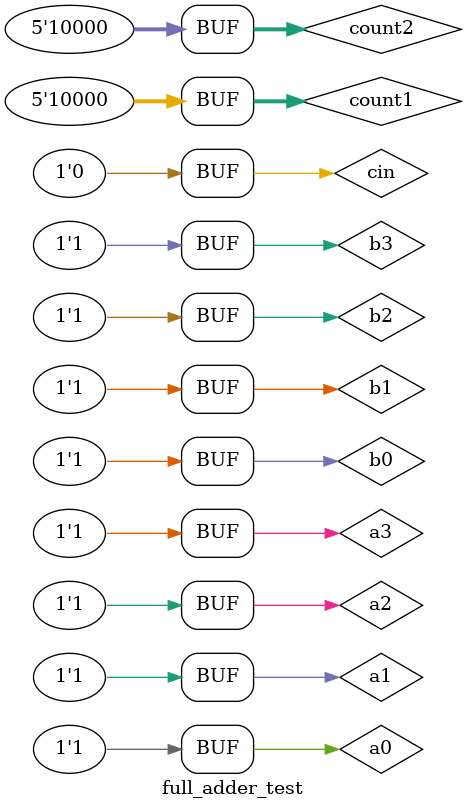
<source format=v>
module full_adder_test;
reg a0,a1,a2,a3,b0,b1,b2,b3,cin;
wire s, s1, s2, s3, cout;
full_adder gate1(a0,a1,a2,a3,b0,b1,b2,b3,cin,s,s1,s2,s3,cout);
	reg [4:0] count1;
	reg [4:0] count2;
	initial
	for(count1 =0;count1<16;count1=count1+1)begin
		for(count2 =0;count2<16;count2=count2+1)begin
			{b0,b1,b2,b3}=count1;
			{a0,a1,a2,a3}=count2;
			cin=0;
			#10;
		end
	end
endmodule 
</source>
